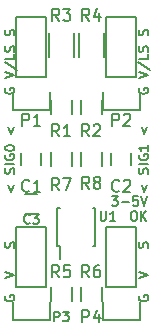
<source format=gbr>
G04 #@! TF.FileFunction,Legend,Top*
%FSLAX46Y46*%
G04 Gerber Fmt 4.6, Leading zero omitted, Abs format (unit mm)*
G04 Created by KiCad (PCBNEW 4.0.2-stable) date Friday, April 10, 2020 'PMt' 07:46:05 PM*
%MOMM*%
G01*
G04 APERTURE LIST*
%ADD10C,0.100000*%
%ADD11C,0.150000*%
G04 APERTURE END LIST*
D10*
D11*
X9360286Y11487095D02*
X9855524Y11487095D01*
X9588857Y11182333D01*
X9703143Y11182333D01*
X9779333Y11144238D01*
X9817429Y11106143D01*
X9855524Y11029952D01*
X9855524Y10839476D01*
X9817429Y10763286D01*
X9779333Y10725190D01*
X9703143Y10687095D01*
X9474571Y10687095D01*
X9398381Y10725190D01*
X9360286Y10763286D01*
X10198381Y10991857D02*
X10807905Y10991857D01*
X11569810Y11487095D02*
X11188857Y11487095D01*
X11150762Y11106143D01*
X11188857Y11144238D01*
X11265048Y11182333D01*
X11455524Y11182333D01*
X11531714Y11144238D01*
X11569810Y11106143D01*
X11607905Y11029952D01*
X11607905Y10839476D01*
X11569810Y10763286D01*
X11531714Y10725190D01*
X11455524Y10687095D01*
X11265048Y10687095D01*
X11188857Y10725190D01*
X11150762Y10763286D01*
X11836476Y11487095D02*
X12103143Y10687095D01*
X12369810Y11487095D01*
X11150762Y10217095D02*
X11303143Y10217095D01*
X11379334Y10179000D01*
X11455524Y10102810D01*
X11493619Y9950429D01*
X11493619Y9683762D01*
X11455524Y9531381D01*
X11379334Y9455190D01*
X11303143Y9417095D01*
X11150762Y9417095D01*
X11074572Y9455190D01*
X10998381Y9531381D01*
X10960286Y9683762D01*
X10960286Y9950429D01*
X10998381Y10102810D01*
X11074572Y10179000D01*
X11150762Y10217095D01*
X11836476Y9417095D02*
X11836476Y10217095D01*
X12293619Y9417095D02*
X11950762Y9874238D01*
X12293619Y10217095D02*
X11836476Y9759952D01*
X11665000Y20612381D02*
X11626905Y20536190D01*
X11626905Y20421905D01*
X11665000Y20307619D01*
X11741190Y20231428D01*
X11817381Y20193333D01*
X11969762Y20155238D01*
X12084048Y20155238D01*
X12236429Y20193333D01*
X12312619Y20231428D01*
X12388810Y20307619D01*
X12426905Y20421905D01*
X12426905Y20498095D01*
X12388810Y20612381D01*
X12350714Y20650476D01*
X12084048Y20650476D01*
X12084048Y20498095D01*
X11626905Y21488571D02*
X12426905Y21755238D01*
X11626905Y22021905D01*
X11588810Y22860000D02*
X12617381Y22174285D01*
X12426905Y23507619D02*
X12426905Y23126666D01*
X11626905Y23126666D01*
X12388810Y23736190D02*
X12426905Y23850476D01*
X12426905Y24040952D01*
X12388810Y24117142D01*
X12350714Y24155238D01*
X12274524Y24193333D01*
X12198333Y24193333D01*
X12122143Y24155238D01*
X12084048Y24117142D01*
X12045952Y24040952D01*
X12007857Y23888571D01*
X11969762Y23812380D01*
X11931667Y23774285D01*
X11855476Y23736190D01*
X11779286Y23736190D01*
X11703095Y23774285D01*
X11665000Y23812380D01*
X11626905Y23888571D01*
X11626905Y24079047D01*
X11665000Y24193333D01*
X12388810Y25107619D02*
X12426905Y25221905D01*
X12426905Y25412381D01*
X12388810Y25488571D01*
X12350714Y25526667D01*
X12274524Y25564762D01*
X12198333Y25564762D01*
X12122143Y25526667D01*
X12084048Y25488571D01*
X12045952Y25412381D01*
X12007857Y25260000D01*
X11969762Y25183809D01*
X11931667Y25145714D01*
X11855476Y25107619D01*
X11779286Y25107619D01*
X11703095Y25145714D01*
X11665000Y25183809D01*
X11626905Y25260000D01*
X11626905Y25450476D01*
X11665000Y25564762D01*
X362000Y20612381D02*
X323905Y20536190D01*
X323905Y20421905D01*
X362000Y20307619D01*
X438190Y20231428D01*
X514381Y20193333D01*
X666762Y20155238D01*
X781048Y20155238D01*
X933429Y20193333D01*
X1009619Y20231428D01*
X1085810Y20307619D01*
X1123905Y20421905D01*
X1123905Y20498095D01*
X1085810Y20612381D01*
X1047714Y20650476D01*
X781048Y20650476D01*
X781048Y20498095D01*
X323905Y21488571D02*
X1123905Y21755238D01*
X323905Y22021905D01*
X285810Y22860000D02*
X1314381Y22174285D01*
X1123905Y23507619D02*
X1123905Y23126666D01*
X323905Y23126666D01*
X1085810Y23736190D02*
X1123905Y23850476D01*
X1123905Y24040952D01*
X1085810Y24117142D01*
X1047714Y24155238D01*
X971524Y24193333D01*
X895333Y24193333D01*
X819143Y24155238D01*
X781048Y24117142D01*
X742952Y24040952D01*
X704857Y23888571D01*
X666762Y23812380D01*
X628667Y23774285D01*
X552476Y23736190D01*
X476286Y23736190D01*
X400095Y23774285D01*
X362000Y23812380D01*
X323905Y23888571D01*
X323905Y24079047D01*
X362000Y24193333D01*
X1085810Y25107619D02*
X1123905Y25221905D01*
X1123905Y25412381D01*
X1085810Y25488571D01*
X1047714Y25526667D01*
X971524Y25564762D01*
X895333Y25564762D01*
X819143Y25526667D01*
X781048Y25488571D01*
X742952Y25412381D01*
X704857Y25260000D01*
X666762Y25183809D01*
X628667Y25145714D01*
X552476Y25107619D01*
X476286Y25107619D01*
X400095Y25145714D01*
X362000Y25183809D01*
X323905Y25260000D01*
X323905Y25450476D01*
X362000Y25564762D01*
X11665000Y3041905D02*
X11626905Y2965714D01*
X11626905Y2851429D01*
X11665000Y2737143D01*
X11741190Y2660952D01*
X11817381Y2622857D01*
X11969762Y2584762D01*
X12084048Y2584762D01*
X12236429Y2622857D01*
X12312619Y2660952D01*
X12388810Y2737143D01*
X12426905Y2851429D01*
X12426905Y2927619D01*
X12388810Y3041905D01*
X12350714Y3080000D01*
X12084048Y3080000D01*
X12084048Y2927619D01*
X11626905Y4527619D02*
X12426905Y4794286D01*
X11626905Y5060953D01*
X12388810Y7118096D02*
X12426905Y7232382D01*
X12426905Y7422858D01*
X12388810Y7499048D01*
X12350714Y7537144D01*
X12274524Y7575239D01*
X12198333Y7575239D01*
X12122143Y7537144D01*
X12084048Y7499048D01*
X12045952Y7422858D01*
X12007857Y7270477D01*
X11969762Y7194286D01*
X11931667Y7156191D01*
X11855476Y7118096D01*
X11779286Y7118096D01*
X11703095Y7156191D01*
X11665000Y7194286D01*
X11626905Y7270477D01*
X11626905Y7460953D01*
X11665000Y7575239D01*
X362000Y3041905D02*
X323905Y2965714D01*
X323905Y2851429D01*
X362000Y2737143D01*
X438190Y2660952D01*
X514381Y2622857D01*
X666762Y2584762D01*
X781048Y2584762D01*
X933429Y2622857D01*
X1009619Y2660952D01*
X1085810Y2737143D01*
X1123905Y2851429D01*
X1123905Y2927619D01*
X1085810Y3041905D01*
X1047714Y3080000D01*
X781048Y3080000D01*
X781048Y2927619D01*
X323905Y4527619D02*
X1123905Y4794286D01*
X323905Y5060953D01*
X1085810Y7118096D02*
X1123905Y7232382D01*
X1123905Y7422858D01*
X1085810Y7499048D01*
X1047714Y7537144D01*
X971524Y7575239D01*
X895333Y7575239D01*
X819143Y7537144D01*
X781048Y7499048D01*
X742952Y7422858D01*
X704857Y7270477D01*
X666762Y7194286D01*
X628667Y7156191D01*
X552476Y7118096D01*
X476286Y7118096D01*
X400095Y7156191D01*
X362000Y7194286D01*
X323905Y7270477D01*
X323905Y7460953D01*
X362000Y7575239D01*
X11893571Y12452619D02*
X12122143Y11843095D01*
X12350714Y12452619D01*
X12388810Y13405000D02*
X12426905Y13519286D01*
X12426905Y13709762D01*
X12388810Y13785952D01*
X12350714Y13824048D01*
X12274524Y13862143D01*
X12198333Y13862143D01*
X12122143Y13824048D01*
X12084048Y13785952D01*
X12045952Y13709762D01*
X12007857Y13557381D01*
X11969762Y13481190D01*
X11931667Y13443095D01*
X11855476Y13405000D01*
X11779286Y13405000D01*
X11703095Y13443095D01*
X11665000Y13481190D01*
X11626905Y13557381D01*
X11626905Y13747857D01*
X11665000Y13862143D01*
X12426905Y14205000D02*
X11626905Y14205000D01*
X11665000Y15005000D02*
X11626905Y14928809D01*
X11626905Y14814524D01*
X11665000Y14700238D01*
X11741190Y14624047D01*
X11817381Y14585952D01*
X11969762Y14547857D01*
X12084048Y14547857D01*
X12236429Y14585952D01*
X12312619Y14624047D01*
X12388810Y14700238D01*
X12426905Y14814524D01*
X12426905Y14890714D01*
X12388810Y15005000D01*
X12350714Y15043095D01*
X12084048Y15043095D01*
X12084048Y14890714D01*
X12426905Y15805000D02*
X12426905Y15347857D01*
X12426905Y15576428D02*
X11626905Y15576428D01*
X11741190Y15500238D01*
X11817381Y15424047D01*
X11855476Y15347857D01*
X11893571Y17366905D02*
X12122143Y16757381D01*
X12350714Y17366905D01*
X590571Y12452619D02*
X819143Y11843095D01*
X1047714Y12452619D01*
X1085810Y13405000D02*
X1123905Y13519286D01*
X1123905Y13709762D01*
X1085810Y13785952D01*
X1047714Y13824048D01*
X971524Y13862143D01*
X895333Y13862143D01*
X819143Y13824048D01*
X781048Y13785952D01*
X742952Y13709762D01*
X704857Y13557381D01*
X666762Y13481190D01*
X628667Y13443095D01*
X552476Y13405000D01*
X476286Y13405000D01*
X400095Y13443095D01*
X362000Y13481190D01*
X323905Y13557381D01*
X323905Y13747857D01*
X362000Y13862143D01*
X1123905Y14205000D02*
X323905Y14205000D01*
X362000Y15005000D02*
X323905Y14928809D01*
X323905Y14814524D01*
X362000Y14700238D01*
X438190Y14624047D01*
X514381Y14585952D01*
X666762Y14547857D01*
X781048Y14547857D01*
X933429Y14585952D01*
X1009619Y14624047D01*
X1085810Y14700238D01*
X1123905Y14814524D01*
X1123905Y14890714D01*
X1085810Y15005000D01*
X1047714Y15043095D01*
X781048Y15043095D01*
X781048Y14890714D01*
X323905Y15538333D02*
X323905Y15614524D01*
X362000Y15690714D01*
X400095Y15728809D01*
X476286Y15766905D01*
X628667Y15805000D01*
X819143Y15805000D01*
X971524Y15766905D01*
X1047714Y15728809D01*
X1085810Y15690714D01*
X1123905Y15614524D01*
X1123905Y15538333D01*
X1085810Y15462143D01*
X1047714Y15424047D01*
X971524Y15385952D01*
X819143Y15347857D01*
X628667Y15347857D01*
X476286Y15385952D01*
X400095Y15424047D01*
X362000Y15462143D01*
X323905Y15538333D01*
X590571Y17366905D02*
X819143Y16757381D01*
X1047714Y17366905D01*
X1690000Y15105000D02*
X1690000Y14105000D01*
X3390000Y14105000D02*
X3390000Y15105000D01*
X9310000Y15105000D02*
X9310000Y14105000D01*
X11010000Y14105000D02*
X11010000Y15105000D01*
X3810000Y21590000D02*
X3810000Y26670000D01*
X3810000Y26670000D02*
X1270000Y26670000D01*
X1270000Y26670000D02*
X1270000Y21590000D01*
X990000Y18770000D02*
X990000Y20320000D01*
X1270000Y21590000D02*
X3810000Y21590000D01*
X4090000Y20320000D02*
X4090000Y18770000D01*
X4090000Y18770000D02*
X990000Y18770000D01*
X11430000Y21590000D02*
X11430000Y26670000D01*
X11430000Y26670000D02*
X8890000Y26670000D01*
X8890000Y26670000D02*
X8890000Y21590000D01*
X8610000Y18770000D02*
X8610000Y20320000D01*
X8890000Y21590000D02*
X11430000Y21590000D01*
X11710000Y20320000D02*
X11710000Y18770000D01*
X11710000Y18770000D02*
X8610000Y18770000D01*
X3810000Y3810000D02*
X3810000Y8890000D01*
X3810000Y8890000D02*
X1270000Y8890000D01*
X1270000Y8890000D02*
X1270000Y3810000D01*
X990000Y990000D02*
X990000Y2540000D01*
X1270000Y3810000D02*
X3810000Y3810000D01*
X4090000Y2540000D02*
X4090000Y990000D01*
X4090000Y990000D02*
X990000Y990000D01*
X11430000Y3810000D02*
X11430000Y8890000D01*
X11430000Y8890000D02*
X8890000Y8890000D01*
X8890000Y8890000D02*
X8890000Y3810000D01*
X8610000Y990000D02*
X8610000Y2540000D01*
X8890000Y3810000D02*
X11430000Y3810000D01*
X11710000Y2540000D02*
X11710000Y990000D01*
X11710000Y990000D02*
X8610000Y990000D01*
X5955000Y19650000D02*
X5955000Y18450000D01*
X4205000Y18450000D02*
X4205000Y19650000D01*
X8495000Y19650000D02*
X8495000Y18450000D01*
X6745000Y18450000D02*
X6745000Y19650000D01*
X4005000Y23310000D02*
X4005000Y25310000D01*
X6155000Y25310000D02*
X6155000Y23310000D01*
X6545000Y23310000D02*
X6545000Y25310000D01*
X8695000Y25310000D02*
X8695000Y23310000D01*
X5955000Y3775000D02*
X5955000Y2575000D01*
X4205000Y2575000D02*
X4205000Y3775000D01*
X6745000Y2575000D02*
X6745000Y3775000D01*
X8495000Y3775000D02*
X8495000Y2575000D01*
X4205000Y14005000D02*
X4205000Y15205000D01*
X5955000Y15205000D02*
X5955000Y14005000D01*
X8495000Y15205000D02*
X8495000Y14005000D01*
X6745000Y14005000D02*
X6745000Y15205000D01*
X4725000Y7265000D02*
X4950000Y7265000D01*
X4725000Y10515000D02*
X4950000Y10515000D01*
X7975000Y10515000D02*
X7750000Y10515000D01*
X7975000Y7265000D02*
X7750000Y7265000D01*
X4725000Y7265000D02*
X4725000Y10515000D01*
X7975000Y7265000D02*
X7975000Y10515000D01*
X4950000Y7265000D02*
X4950000Y6190000D01*
X2040000Y9945000D02*
X3040000Y9945000D01*
X3040000Y11645000D02*
X2040000Y11645000D01*
X2373334Y11961857D02*
X2325715Y11914238D01*
X2182858Y11866619D01*
X2087620Y11866619D01*
X1944762Y11914238D01*
X1849524Y12009476D01*
X1801905Y12104714D01*
X1754286Y12295190D01*
X1754286Y12438048D01*
X1801905Y12628524D01*
X1849524Y12723762D01*
X1944762Y12819000D01*
X2087620Y12866619D01*
X2182858Y12866619D01*
X2325715Y12819000D01*
X2373334Y12771381D01*
X3325715Y11866619D02*
X2754286Y11866619D01*
X3040000Y11866619D02*
X3040000Y12866619D01*
X2944762Y12723762D01*
X2849524Y12628524D01*
X2754286Y12580905D01*
X9993334Y11961857D02*
X9945715Y11914238D01*
X9802858Y11866619D01*
X9707620Y11866619D01*
X9564762Y11914238D01*
X9469524Y12009476D01*
X9421905Y12104714D01*
X9374286Y12295190D01*
X9374286Y12438048D01*
X9421905Y12628524D01*
X9469524Y12723762D01*
X9564762Y12819000D01*
X9707620Y12866619D01*
X9802858Y12866619D01*
X9945715Y12819000D01*
X9993334Y12771381D01*
X10374286Y12771381D02*
X10421905Y12819000D01*
X10517143Y12866619D01*
X10755239Y12866619D01*
X10850477Y12819000D01*
X10898096Y12771381D01*
X10945715Y12676143D01*
X10945715Y12580905D01*
X10898096Y12438048D01*
X10326667Y11866619D01*
X10945715Y11866619D01*
X1801905Y17454619D02*
X1801905Y18454619D01*
X2182858Y18454619D01*
X2278096Y18407000D01*
X2325715Y18359381D01*
X2373334Y18264143D01*
X2373334Y18121286D01*
X2325715Y18026048D01*
X2278096Y17978429D01*
X2182858Y17930810D01*
X1801905Y17930810D01*
X3325715Y17454619D02*
X2754286Y17454619D01*
X3040000Y17454619D02*
X3040000Y18454619D01*
X2944762Y18311762D01*
X2849524Y18216524D01*
X2754286Y18168905D01*
X9421905Y17454619D02*
X9421905Y18454619D01*
X9802858Y18454619D01*
X9898096Y18407000D01*
X9945715Y18359381D01*
X9993334Y18264143D01*
X9993334Y18121286D01*
X9945715Y18026048D01*
X9898096Y17978429D01*
X9802858Y17930810D01*
X9421905Y17930810D01*
X10374286Y18359381D02*
X10421905Y18407000D01*
X10517143Y18454619D01*
X10755239Y18454619D01*
X10850477Y18407000D01*
X10898096Y18359381D01*
X10945715Y18264143D01*
X10945715Y18168905D01*
X10898096Y18026048D01*
X10326667Y17454619D01*
X10945715Y17454619D01*
X4489524Y908095D02*
X4489524Y1708095D01*
X4794286Y1708095D01*
X4870477Y1670000D01*
X4908572Y1631905D01*
X4946667Y1555714D01*
X4946667Y1441429D01*
X4908572Y1365238D01*
X4870477Y1327143D01*
X4794286Y1289048D01*
X4489524Y1289048D01*
X5213334Y1708095D02*
X5708572Y1708095D01*
X5441905Y1403333D01*
X5556191Y1403333D01*
X5632381Y1365238D01*
X5670477Y1327143D01*
X5708572Y1250952D01*
X5708572Y1060476D01*
X5670477Y984286D01*
X5632381Y946190D01*
X5556191Y908095D01*
X5327619Y908095D01*
X5251429Y946190D01*
X5213334Y984286D01*
X6881905Y817619D02*
X6881905Y1817619D01*
X7262858Y1817619D01*
X7358096Y1770000D01*
X7405715Y1722381D01*
X7453334Y1627143D01*
X7453334Y1484286D01*
X7405715Y1389048D01*
X7358096Y1341429D01*
X7262858Y1293810D01*
X6881905Y1293810D01*
X8310477Y1484286D02*
X8310477Y817619D01*
X8072381Y1865238D02*
X7834286Y1150952D01*
X8453334Y1150952D01*
X4913334Y16565619D02*
X4580000Y17041810D01*
X4341905Y16565619D02*
X4341905Y17565619D01*
X4722858Y17565619D01*
X4818096Y17518000D01*
X4865715Y17470381D01*
X4913334Y17375143D01*
X4913334Y17232286D01*
X4865715Y17137048D01*
X4818096Y17089429D01*
X4722858Y17041810D01*
X4341905Y17041810D01*
X5865715Y16565619D02*
X5294286Y16565619D01*
X5580000Y16565619D02*
X5580000Y17565619D01*
X5484762Y17422762D01*
X5389524Y17327524D01*
X5294286Y17279905D01*
X7453334Y16565619D02*
X7120000Y17041810D01*
X6881905Y16565619D02*
X6881905Y17565619D01*
X7262858Y17565619D01*
X7358096Y17518000D01*
X7405715Y17470381D01*
X7453334Y17375143D01*
X7453334Y17232286D01*
X7405715Y17137048D01*
X7358096Y17089429D01*
X7262858Y17041810D01*
X6881905Y17041810D01*
X7834286Y17470381D02*
X7881905Y17518000D01*
X7977143Y17565619D01*
X8215239Y17565619D01*
X8310477Y17518000D01*
X8358096Y17470381D01*
X8405715Y17375143D01*
X8405715Y17279905D01*
X8358096Y17137048D01*
X7786667Y16565619D01*
X8405715Y16565619D01*
X4913334Y26344619D02*
X4580000Y26820810D01*
X4341905Y26344619D02*
X4341905Y27344619D01*
X4722858Y27344619D01*
X4818096Y27297000D01*
X4865715Y27249381D01*
X4913334Y27154143D01*
X4913334Y27011286D01*
X4865715Y26916048D01*
X4818096Y26868429D01*
X4722858Y26820810D01*
X4341905Y26820810D01*
X5246667Y27344619D02*
X5865715Y27344619D01*
X5532381Y26963667D01*
X5675239Y26963667D01*
X5770477Y26916048D01*
X5818096Y26868429D01*
X5865715Y26773190D01*
X5865715Y26535095D01*
X5818096Y26439857D01*
X5770477Y26392238D01*
X5675239Y26344619D01*
X5389524Y26344619D01*
X5294286Y26392238D01*
X5246667Y26439857D01*
X7453334Y26344619D02*
X7120000Y26820810D01*
X6881905Y26344619D02*
X6881905Y27344619D01*
X7262858Y27344619D01*
X7358096Y27297000D01*
X7405715Y27249381D01*
X7453334Y27154143D01*
X7453334Y27011286D01*
X7405715Y26916048D01*
X7358096Y26868429D01*
X7262858Y26820810D01*
X6881905Y26820810D01*
X8310477Y27011286D02*
X8310477Y26344619D01*
X8072381Y27392238D02*
X7834286Y26677952D01*
X8453334Y26677952D01*
X4913334Y4627619D02*
X4580000Y5103810D01*
X4341905Y4627619D02*
X4341905Y5627619D01*
X4722858Y5627619D01*
X4818096Y5580000D01*
X4865715Y5532381D01*
X4913334Y5437143D01*
X4913334Y5294286D01*
X4865715Y5199048D01*
X4818096Y5151429D01*
X4722858Y5103810D01*
X4341905Y5103810D01*
X5818096Y5627619D02*
X5341905Y5627619D01*
X5294286Y5151429D01*
X5341905Y5199048D01*
X5437143Y5246667D01*
X5675239Y5246667D01*
X5770477Y5199048D01*
X5818096Y5151429D01*
X5865715Y5056190D01*
X5865715Y4818095D01*
X5818096Y4722857D01*
X5770477Y4675238D01*
X5675239Y4627619D01*
X5437143Y4627619D01*
X5341905Y4675238D01*
X5294286Y4722857D01*
X7453334Y4627619D02*
X7120000Y5103810D01*
X6881905Y4627619D02*
X6881905Y5627619D01*
X7262858Y5627619D01*
X7358096Y5580000D01*
X7405715Y5532381D01*
X7453334Y5437143D01*
X7453334Y5294286D01*
X7405715Y5199048D01*
X7358096Y5151429D01*
X7262858Y5103810D01*
X6881905Y5103810D01*
X8310477Y5627619D02*
X8120000Y5627619D01*
X8024762Y5580000D01*
X7977143Y5532381D01*
X7881905Y5389524D01*
X7834286Y5199048D01*
X7834286Y4818095D01*
X7881905Y4722857D01*
X7929524Y4675238D01*
X8024762Y4627619D01*
X8215239Y4627619D01*
X8310477Y4675238D01*
X8358096Y4722857D01*
X8405715Y4818095D01*
X8405715Y5056190D01*
X8358096Y5151429D01*
X8310477Y5199048D01*
X8215239Y5246667D01*
X8024762Y5246667D01*
X7929524Y5199048D01*
X7881905Y5151429D01*
X7834286Y5056190D01*
X4913334Y11993619D02*
X4580000Y12469810D01*
X4341905Y11993619D02*
X4341905Y12993619D01*
X4722858Y12993619D01*
X4818096Y12946000D01*
X4865715Y12898381D01*
X4913334Y12803143D01*
X4913334Y12660286D01*
X4865715Y12565048D01*
X4818096Y12517429D01*
X4722858Y12469810D01*
X4341905Y12469810D01*
X5246667Y12993619D02*
X5913334Y12993619D01*
X5484762Y11993619D01*
X7453334Y12120619D02*
X7120000Y12596810D01*
X6881905Y12120619D02*
X6881905Y13120619D01*
X7262858Y13120619D01*
X7358096Y13073000D01*
X7405715Y13025381D01*
X7453334Y12930143D01*
X7453334Y12787286D01*
X7405715Y12692048D01*
X7358096Y12644429D01*
X7262858Y12596810D01*
X6881905Y12596810D01*
X8024762Y12692048D02*
X7929524Y12739667D01*
X7881905Y12787286D01*
X7834286Y12882524D01*
X7834286Y12930143D01*
X7881905Y13025381D01*
X7929524Y13073000D01*
X8024762Y13120619D01*
X8215239Y13120619D01*
X8310477Y13073000D01*
X8358096Y13025381D01*
X8405715Y12930143D01*
X8405715Y12882524D01*
X8358096Y12787286D01*
X8310477Y12739667D01*
X8215239Y12692048D01*
X8024762Y12692048D01*
X7929524Y12644429D01*
X7881905Y12596810D01*
X7834286Y12501571D01*
X7834286Y12311095D01*
X7881905Y12215857D01*
X7929524Y12168238D01*
X8024762Y12120619D01*
X8215239Y12120619D01*
X8310477Y12168238D01*
X8358096Y12215857D01*
X8405715Y12311095D01*
X8405715Y12501571D01*
X8358096Y12596810D01*
X8310477Y12644429D01*
X8215239Y12692048D01*
X8407476Y10217095D02*
X8407476Y9569476D01*
X8445571Y9493286D01*
X8483667Y9455190D01*
X8559857Y9417095D01*
X8712238Y9417095D01*
X8788429Y9455190D01*
X8826524Y9493286D01*
X8864619Y9569476D01*
X8864619Y10217095D01*
X9664619Y9417095D02*
X9207476Y9417095D01*
X9436047Y9417095D02*
X9436047Y10217095D01*
X9359857Y10102810D01*
X9283666Y10026619D01*
X9207476Y9988524D01*
X2406667Y9239286D02*
X2368572Y9201190D01*
X2254286Y9163095D01*
X2178096Y9163095D01*
X2063810Y9201190D01*
X1987619Y9277381D01*
X1949524Y9353571D01*
X1911429Y9505952D01*
X1911429Y9620238D01*
X1949524Y9772619D01*
X1987619Y9848810D01*
X2063810Y9925000D01*
X2178096Y9963095D01*
X2254286Y9963095D01*
X2368572Y9925000D01*
X2406667Y9886905D01*
X2673334Y9963095D02*
X3168572Y9963095D01*
X2901905Y9658333D01*
X3016191Y9658333D01*
X3092381Y9620238D01*
X3130477Y9582143D01*
X3168572Y9505952D01*
X3168572Y9315476D01*
X3130477Y9239286D01*
X3092381Y9201190D01*
X3016191Y9163095D01*
X2787619Y9163095D01*
X2711429Y9201190D01*
X2673334Y9239286D01*
M02*

</source>
